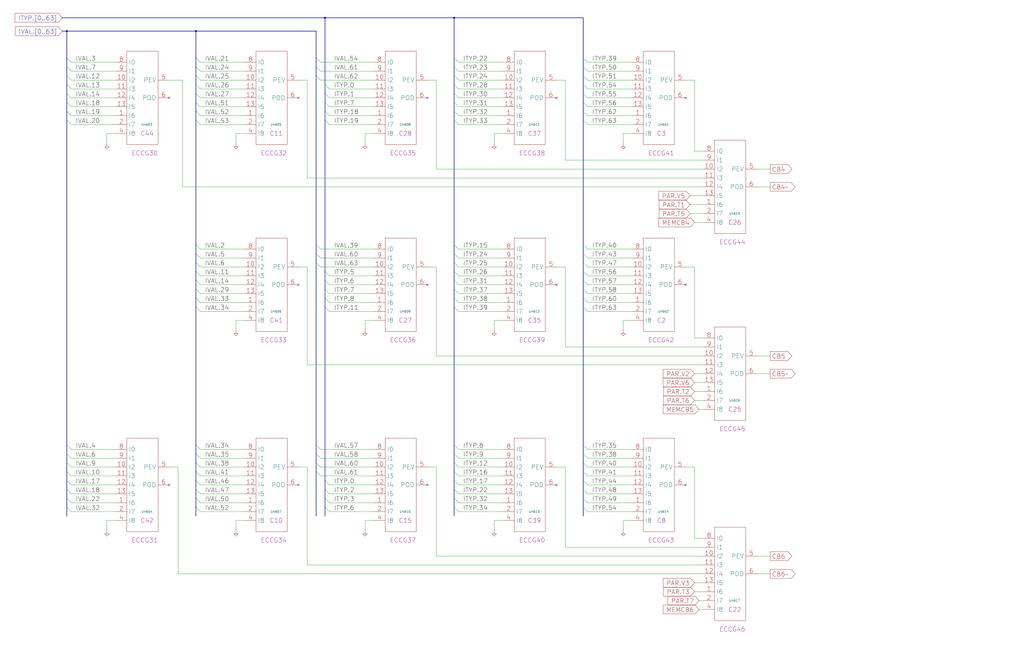
<source format=kicad_sch>
(kicad_sch (version 20211123) (generator eeschema)
  (paper "User" 584.2 378.46)
  (title_block (title "ERROR CHECKING & CORRECTION\\nCHECK BITS 4, 5, 6") (date "22-SEP-90") (rev "2.0") (comment 1 "IOC") (comment 2 "232-003061") (comment 3 "S400") (comment 4 "RELEASED"))
  (lib_symbols
    (symbol "r1000:F280" (pin_names (offset 1.016))
      (property "Reference" "U" (at 2.54 5.08 0))
      (property "Value" "F280" (at -6.35 -5.08 0))
      (property "Location" "___" (at -1.27 0 0))
      (property "Name" "______" (at 1.27 -12.7 0))
      (symbol "F280_1_1"
        (rectangle (start -8.89 46.99) (end 8.89 -6.35))
        (pin input line (at -15.24 10.16 0) (length 6.35) (name "I6") (number "1"))
        (pin input line (at -15.24 30.48 0) (length 6.35) (name "I2") (number "10"))
        (pin input line (at -15.24 25.4 0) (length 6.35) (name "I3") (number "11"))
        (pin input line (at -15.24 20.32 0) (length 6.35) (name "I4") (number "12"))
        (pin input line (at -15.24 15.24 0) (length 6.35) (name "I5") (number "13"))
        (pin input line (at -15.24 5.08 0) (length 6.35) (name "I7") (number "2"))
        (pin input line (at -15.24 0 0) (length 6.35) (name "I8") (number "4"))
        (pin output line (at 15.24 30.48 180) (length 6.35) (name "PEV") (number "5"))
        (pin output line (at 15.24 20.32 180) (length 6.35) (name "POD") (number "6"))
        (pin input line (at -15.24 40.64 0) (length 6.35) (name "I0") (number "8"))
        (pin input line (at -15.24 35.56 0) (length 6.35) (name "I1") (number "9"))
      )
    )
    (symbol "r1000:PD" (power) (pin_numbers hide) (pin_names hide) (in_bom no)
      (symbol "PD_0_1"
        (polyline (pts (xy 0 -2.54) (xy 1.27 -2.54) (xy 0 -3.81) (xy -1.27 -2.54) (xy 0 -2.54)) (stroke (width 0.1524)))
      )
      (symbol "PD_1_1"
        (pin power_in line (at 0 0 270) (length 2.54) (name "PD") (number "1"))
      )
    )
  )
  (bus (pts (xy 111.76 139.7) (xy 111.76 144.78)))
  (bus (pts (xy 111.76 144.78) (xy 111.76 149.86)))
  (bus (pts (xy 111.76 149.86) (xy 111.76 154.94)))
  (bus (pts (xy 111.76 154.94) (xy 111.76 160.02)))
  (bus (pts (xy 111.76 160.02) (xy 111.76 165.1)))
  (bus (pts (xy 111.76 165.1) (xy 111.76 170.18)))
  (bus (pts (xy 111.76 17.78) (xy 111.76 33.02)))
  (bus (pts (xy 111.76 17.78) (xy 180.34 17.78)))
  (bus (pts (xy 111.76 170.18) (xy 111.76 175.26)))
  (bus (pts (xy 111.76 175.26) (xy 111.76 254)))
  (bus (pts (xy 111.76 254) (xy 111.76 259.08)))
  (bus (pts (xy 111.76 259.08) (xy 111.76 264.16)))
  (bus (pts (xy 111.76 264.16) (xy 111.76 269.24)))
  (bus (pts (xy 111.76 269.24) (xy 111.76 274.32)))
  (bus (pts (xy 111.76 274.32) (xy 111.76 279.4)))
  (bus (pts (xy 111.76 279.4) (xy 111.76 284.48)))
  (bus (pts (xy 111.76 284.48) (xy 111.76 289.56)))
  (bus (pts (xy 111.76 289.56) (xy 111.76 294.64)))
  (bus (pts (xy 111.76 33.02) (xy 111.76 38.1)))
  (bus (pts (xy 111.76 38.1) (xy 111.76 43.18)))
  (bus (pts (xy 111.76 43.18) (xy 111.76 48.26)))
  (bus (pts (xy 111.76 48.26) (xy 111.76 53.34)))
  (bus (pts (xy 111.76 53.34) (xy 111.76 58.42)))
  (bus (pts (xy 111.76 58.42) (xy 111.76 63.5)))
  (bus (pts (xy 111.76 63.5) (xy 111.76 68.58)))
  (bus (pts (xy 111.76 68.58) (xy 111.76 139.7)))
  (bus (pts (xy 180.34 139.7) (xy 180.34 144.78)))
  (bus (pts (xy 180.34 144.78) (xy 180.34 149.86)))
  (bus (pts (xy 180.34 149.86) (xy 180.34 254)))
  (bus (pts (xy 180.34 17.78) (xy 180.34 33.02)))
  (bus (pts (xy 180.34 254) (xy 180.34 259.08)))
  (bus (pts (xy 180.34 259.08) (xy 180.34 264.16)))
  (bus (pts (xy 180.34 264.16) (xy 180.34 269.24)))
  (bus (pts (xy 180.34 269.24) (xy 180.34 294.64)))
  (bus (pts (xy 180.34 33.02) (xy 180.34 38.1)))
  (bus (pts (xy 180.34 38.1) (xy 180.34 43.18)))
  (bus (pts (xy 180.34 43.18) (xy 180.34 139.7)))
  (bus (pts (xy 185.42 10.16) (xy 185.42 48.26)))
  (bus (pts (xy 185.42 10.16) (xy 259.08 10.16)))
  (bus (pts (xy 185.42 154.94) (xy 185.42 160.02)))
  (bus (pts (xy 185.42 160.02) (xy 185.42 165.1)))
  (bus (pts (xy 185.42 165.1) (xy 185.42 170.18)))
  (bus (pts (xy 185.42 170.18) (xy 185.42 175.26)))
  (bus (pts (xy 185.42 175.26) (xy 185.42 274.32)))
  (bus (pts (xy 185.42 274.32) (xy 185.42 279.4)))
  (bus (pts (xy 185.42 279.4) (xy 185.42 284.48)))
  (bus (pts (xy 185.42 284.48) (xy 185.42 289.56)))
  (bus (pts (xy 185.42 289.56) (xy 185.42 294.64)))
  (bus (pts (xy 185.42 48.26) (xy 185.42 53.34)))
  (bus (pts (xy 185.42 53.34) (xy 185.42 58.42)))
  (bus (pts (xy 185.42 58.42) (xy 185.42 63.5)))
  (bus (pts (xy 185.42 63.5) (xy 185.42 68.58)))
  (bus (pts (xy 185.42 68.58) (xy 185.42 154.94)))
  (bus (pts (xy 259.08 10.16) (xy 259.08 33.02)))
  (bus (pts (xy 259.08 10.16) (xy 332.74 10.16)))
  (bus (pts (xy 259.08 139.7) (xy 259.08 144.78)))
  (bus (pts (xy 259.08 144.78) (xy 259.08 149.86)))
  (bus (pts (xy 259.08 149.86) (xy 259.08 154.94)))
  (bus (pts (xy 259.08 154.94) (xy 259.08 160.02)))
  (bus (pts (xy 259.08 160.02) (xy 259.08 165.1)))
  (bus (pts (xy 259.08 165.1) (xy 259.08 170.18)))
  (bus (pts (xy 259.08 170.18) (xy 259.08 175.26)))
  (bus (pts (xy 259.08 175.26) (xy 259.08 254)))
  (bus (pts (xy 259.08 254) (xy 259.08 259.08)))
  (bus (pts (xy 259.08 259.08) (xy 259.08 264.16)))
  (bus (pts (xy 259.08 264.16) (xy 259.08 269.24)))
  (bus (pts (xy 259.08 269.24) (xy 259.08 274.32)))
  (bus (pts (xy 259.08 274.32) (xy 259.08 279.4)))
  (bus (pts (xy 259.08 279.4) (xy 259.08 284.48)))
  (bus (pts (xy 259.08 284.48) (xy 259.08 289.56)))
  (bus (pts (xy 259.08 289.56) (xy 259.08 294.64)))
  (bus (pts (xy 259.08 33.02) (xy 259.08 38.1)))
  (bus (pts (xy 259.08 38.1) (xy 259.08 43.18)))
  (bus (pts (xy 259.08 43.18) (xy 259.08 48.26)))
  (bus (pts (xy 259.08 48.26) (xy 259.08 53.34)))
  (bus (pts (xy 259.08 53.34) (xy 259.08 58.42)))
  (bus (pts (xy 259.08 58.42) (xy 259.08 63.5)))
  (bus (pts (xy 259.08 63.5) (xy 259.08 68.58)))
  (bus (pts (xy 259.08 68.58) (xy 259.08 139.7)))
  (bus (pts (xy 332.74 10.16) (xy 332.74 33.02)))
  (bus (pts (xy 332.74 139.7) (xy 332.74 144.78)))
  (bus (pts (xy 332.74 144.78) (xy 332.74 149.86)))
  (bus (pts (xy 332.74 149.86) (xy 332.74 154.94)))
  (bus (pts (xy 332.74 154.94) (xy 332.74 160.02)))
  (bus (pts (xy 332.74 160.02) (xy 332.74 165.1)))
  (bus (pts (xy 332.74 165.1) (xy 332.74 170.18)))
  (bus (pts (xy 332.74 170.18) (xy 332.74 175.26)))
  (bus (pts (xy 332.74 175.26) (xy 332.74 254)))
  (bus (pts (xy 332.74 254) (xy 332.74 259.08)))
  (bus (pts (xy 332.74 259.08) (xy 332.74 264.16)))
  (bus (pts (xy 332.74 264.16) (xy 332.74 269.24)))
  (bus (pts (xy 332.74 269.24) (xy 332.74 274.32)))
  (bus (pts (xy 332.74 274.32) (xy 332.74 279.4)))
  (bus (pts (xy 332.74 279.4) (xy 332.74 284.48)))
  (bus (pts (xy 332.74 284.48) (xy 332.74 289.56)))
  (bus (pts (xy 332.74 289.56) (xy 332.74 294.64)))
  (bus (pts (xy 332.74 33.02) (xy 332.74 38.1)))
  (bus (pts (xy 332.74 38.1) (xy 332.74 43.18)))
  (bus (pts (xy 332.74 43.18) (xy 332.74 48.26)))
  (bus (pts (xy 332.74 48.26) (xy 332.74 53.34)))
  (bus (pts (xy 332.74 53.34) (xy 332.74 58.42)))
  (bus (pts (xy 332.74 58.42) (xy 332.74 63.5)))
  (bus (pts (xy 332.74 63.5) (xy 332.74 68.58)))
  (bus (pts (xy 332.74 68.58) (xy 332.74 139.7)))
  (bus (pts (xy 35.56 10.16) (xy 185.42 10.16)))
  (bus (pts (xy 35.56 17.78) (xy 38.1 17.78)))
  (bus (pts (xy 38.1 17.78) (xy 111.76 17.78)))
  (bus (pts (xy 38.1 17.78) (xy 38.1 33.02)))
  (bus (pts (xy 38.1 254) (xy 38.1 259.08)))
  (bus (pts (xy 38.1 259.08) (xy 38.1 264.16)))
  (bus (pts (xy 38.1 264.16) (xy 38.1 269.24)))
  (bus (pts (xy 38.1 269.24) (xy 38.1 274.32)))
  (bus (pts (xy 38.1 274.32) (xy 38.1 279.4)))
  (bus (pts (xy 38.1 279.4) (xy 38.1 284.48)))
  (bus (pts (xy 38.1 284.48) (xy 38.1 289.56)))
  (bus (pts (xy 38.1 289.56) (xy 38.1 294.64)))
  (bus (pts (xy 38.1 33.02) (xy 38.1 38.1)))
  (bus (pts (xy 38.1 38.1) (xy 38.1 43.18)))
  (bus (pts (xy 38.1 43.18) (xy 38.1 48.26)))
  (bus (pts (xy 38.1 48.26) (xy 38.1 53.34)))
  (bus (pts (xy 38.1 53.34) (xy 38.1 58.42)))
  (bus (pts (xy 38.1 58.42) (xy 38.1 63.5)))
  (bus (pts (xy 38.1 63.5) (xy 38.1 68.58)))
  (bus (pts (xy 38.1 68.58) (xy 38.1 254)))
  (wire (pts (xy 101.6 266.7) (xy 101.6 327.66)))
  (wire (pts (xy 101.6 327.66) (xy 401.32 327.66)))
  (wire (pts (xy 104.14 106.68) (xy 401.32 106.68)))
  (wire (pts (xy 104.14 45.72) (xy 104.14 106.68)))
  (wire (pts (xy 114.3 142.24) (xy 139.7 142.24)))
  (wire (pts (xy 114.3 147.32) (xy 139.7 147.32)))
  (wire (pts (xy 114.3 152.4) (xy 139.7 152.4)))
  (wire (pts (xy 114.3 157.48) (xy 139.7 157.48)))
  (wire (pts (xy 114.3 162.56) (xy 139.7 162.56)))
  (wire (pts (xy 114.3 167.64) (xy 139.7 167.64)))
  (wire (pts (xy 114.3 172.72) (xy 139.7 172.72)))
  (wire (pts (xy 114.3 177.8) (xy 139.7 177.8)))
  (wire (pts (xy 114.3 256.54) (xy 139.7 256.54)))
  (wire (pts (xy 114.3 261.62) (xy 139.7 261.62)))
  (wire (pts (xy 114.3 266.7) (xy 139.7 266.7)))
  (wire (pts (xy 114.3 271.78) (xy 139.7 271.78)))
  (wire (pts (xy 114.3 276.86) (xy 139.7 276.86)))
  (wire (pts (xy 114.3 281.94) (xy 139.7 281.94)))
  (wire (pts (xy 114.3 287.02) (xy 139.7 287.02)))
  (wire (pts (xy 114.3 292.1) (xy 139.7 292.1)))
  (wire (pts (xy 114.3 35.56) (xy 139.7 35.56)))
  (wire (pts (xy 114.3 40.64) (xy 139.7 40.64)))
  (wire (pts (xy 114.3 45.72) (xy 139.7 45.72)))
  (wire (pts (xy 114.3 50.8) (xy 139.7 50.8)))
  (wire (pts (xy 114.3 55.88) (xy 139.7 55.88)))
  (wire (pts (xy 114.3 60.96) (xy 139.7 60.96)))
  (wire (pts (xy 114.3 66.04) (xy 139.7 66.04)))
  (wire (pts (xy 114.3 71.12) (xy 139.7 71.12)))
  (wire (pts (xy 134.62 182.88) (xy 139.7 182.88)))
  (wire (pts (xy 134.62 187.96) (xy 134.62 182.88)))
  (wire (pts (xy 134.62 297.18) (xy 139.7 297.18)))
  (wire (pts (xy 134.62 302.26) (xy 134.62 297.18)))
  (wire (pts (xy 134.62 76.2) (xy 139.7 76.2)))
  (wire (pts (xy 134.62 81.28) (xy 134.62 76.2)))
  (wire (pts (xy 170.18 152.4) (xy 175.26 152.4)))
  (wire (pts (xy 170.18 266.7) (xy 175.26 266.7)))
  (wire (pts (xy 170.18 45.72) (xy 175.26 45.72)))
  (wire (pts (xy 175.26 101.6) (xy 401.32 101.6)))
  (wire (pts (xy 175.26 152.4) (xy 175.26 208.28)))
  (wire (pts (xy 175.26 208.28) (xy 401.32 208.28)))
  (wire (pts (xy 175.26 266.7) (xy 175.26 322.58)))
  (wire (pts (xy 175.26 322.58) (xy 401.32 322.58)))
  (wire (pts (xy 175.26 45.72) (xy 175.26 101.6)))
  (wire (pts (xy 182.88 142.24) (xy 213.36 142.24)))
  (wire (pts (xy 182.88 147.32) (xy 213.36 147.32)))
  (wire (pts (xy 182.88 152.4) (xy 213.36 152.4)))
  (wire (pts (xy 182.88 256.54) (xy 213.36 256.54)))
  (wire (pts (xy 182.88 261.62) (xy 213.36 261.62)))
  (wire (pts (xy 182.88 266.7) (xy 213.36 266.7)))
  (wire (pts (xy 182.88 271.78) (xy 213.36 271.78)))
  (wire (pts (xy 182.88 35.56) (xy 213.36 35.56)))
  (wire (pts (xy 182.88 40.64) (xy 213.36 40.64)))
  (wire (pts (xy 182.88 45.72) (xy 213.36 45.72)))
  (wire (pts (xy 187.96 157.48) (xy 213.36 157.48)))
  (wire (pts (xy 187.96 162.56) (xy 213.36 162.56)))
  (wire (pts (xy 187.96 167.64) (xy 213.36 167.64)))
  (wire (pts (xy 187.96 172.72) (xy 213.36 172.72)))
  (wire (pts (xy 187.96 177.8) (xy 213.36 177.8)))
  (wire (pts (xy 187.96 276.86) (xy 213.36 276.86)))
  (wire (pts (xy 187.96 281.94) (xy 213.36 281.94)))
  (wire (pts (xy 187.96 287.02) (xy 213.36 287.02)))
  (wire (pts (xy 187.96 292.1) (xy 213.36 292.1)))
  (wire (pts (xy 187.96 50.8) (xy 213.36 50.8)))
  (wire (pts (xy 187.96 55.88) (xy 213.36 55.88)))
  (wire (pts (xy 187.96 60.96) (xy 213.36 60.96)))
  (wire (pts (xy 187.96 66.04) (xy 213.36 66.04)))
  (wire (pts (xy 187.96 71.12) (xy 213.36 71.12)))
  (wire (pts (xy 208.28 182.88) (xy 213.36 182.88)))
  (wire (pts (xy 208.28 187.96) (xy 208.28 182.88)))
  (wire (pts (xy 208.28 297.18) (xy 213.36 297.18)))
  (wire (pts (xy 208.28 302.26) (xy 208.28 297.18)))
  (wire (pts (xy 208.28 76.2) (xy 213.36 76.2)))
  (wire (pts (xy 208.28 81.28) (xy 208.28 76.2)))
  (wire (pts (xy 243.84 152.4) (xy 248.92 152.4)))
  (wire (pts (xy 243.84 266.7) (xy 248.92 266.7)))
  (wire (pts (xy 243.84 45.72) (xy 248.92 45.72)))
  (wire (pts (xy 248.92 152.4) (xy 248.92 203.2)))
  (wire (pts (xy 248.92 203.2) (xy 401.32 203.2)))
  (wire (pts (xy 248.92 266.7) (xy 248.92 317.5)))
  (wire (pts (xy 248.92 317.5) (xy 401.32 317.5)))
  (wire (pts (xy 248.92 45.72) (xy 248.92 96.52)))
  (wire (pts (xy 248.92 96.52) (xy 401.32 96.52)))
  (wire (pts (xy 261.62 142.24) (xy 287.02 142.24)))
  (wire (pts (xy 261.62 147.32) (xy 287.02 147.32)))
  (wire (pts (xy 261.62 152.4) (xy 287.02 152.4)))
  (wire (pts (xy 261.62 157.48) (xy 287.02 157.48)))
  (wire (pts (xy 261.62 162.56) (xy 287.02 162.56)))
  (wire (pts (xy 261.62 167.64) (xy 287.02 167.64)))
  (wire (pts (xy 261.62 172.72) (xy 287.02 172.72)))
  (wire (pts (xy 261.62 177.8) (xy 287.02 177.8)))
  (wire (pts (xy 261.62 256.54) (xy 287.02 256.54)))
  (wire (pts (xy 261.62 261.62) (xy 287.02 261.62)))
  (wire (pts (xy 261.62 266.7) (xy 287.02 266.7)))
  (wire (pts (xy 261.62 271.78) (xy 287.02 271.78)))
  (wire (pts (xy 261.62 276.86) (xy 287.02 276.86)))
  (wire (pts (xy 261.62 281.94) (xy 287.02 281.94)))
  (wire (pts (xy 261.62 287.02) (xy 287.02 287.02)))
  (wire (pts (xy 261.62 292.1) (xy 287.02 292.1)))
  (wire (pts (xy 261.62 35.56) (xy 287.02 35.56)))
  (wire (pts (xy 261.62 40.64) (xy 287.02 40.64)))
  (wire (pts (xy 261.62 45.72) (xy 287.02 45.72)))
  (wire (pts (xy 261.62 50.8) (xy 287.02 50.8)))
  (wire (pts (xy 261.62 55.88) (xy 287.02 55.88)))
  (wire (pts (xy 261.62 60.96) (xy 287.02 60.96)))
  (wire (pts (xy 261.62 66.04) (xy 287.02 66.04)))
  (wire (pts (xy 261.62 71.12) (xy 287.02 71.12)))
  (wire (pts (xy 281.94 182.88) (xy 287.02 182.88)))
  (wire (pts (xy 281.94 187.96) (xy 281.94 182.88)))
  (wire (pts (xy 281.94 297.18) (xy 287.02 297.18)))
  (wire (pts (xy 281.94 302.26) (xy 281.94 297.18)))
  (wire (pts (xy 281.94 76.2) (xy 281.94 81.28)))
  (wire (pts (xy 287.02 76.2) (xy 281.94 76.2)))
  (wire (pts (xy 317.5 152.4) (xy 322.58 152.4)))
  (wire (pts (xy 317.5 266.7) (xy 322.58 266.7)))
  (wire (pts (xy 317.5 45.72) (xy 322.58 45.72)))
  (wire (pts (xy 322.58 152.4) (xy 322.58 198.12)))
  (wire (pts (xy 322.58 198.12) (xy 401.32 198.12)))
  (wire (pts (xy 322.58 266.7) (xy 322.58 312.42)))
  (wire (pts (xy 322.58 312.42) (xy 401.32 312.42)))
  (wire (pts (xy 322.58 45.72) (xy 322.58 91.44)))
  (wire (pts (xy 322.58 91.44) (xy 401.32 91.44)))
  (wire (pts (xy 335.28 142.24) (xy 360.68 142.24)))
  (wire (pts (xy 335.28 147.32) (xy 360.68 147.32)))
  (wire (pts (xy 335.28 152.4) (xy 360.68 152.4)))
  (wire (pts (xy 335.28 157.48) (xy 360.68 157.48)))
  (wire (pts (xy 335.28 162.56) (xy 360.68 162.56)))
  (wire (pts (xy 335.28 167.64) (xy 360.68 167.64)))
  (wire (pts (xy 335.28 172.72) (xy 360.68 172.72)))
  (wire (pts (xy 335.28 177.8) (xy 360.68 177.8)))
  (wire (pts (xy 335.28 256.54) (xy 360.68 256.54)))
  (wire (pts (xy 335.28 261.62) (xy 360.68 261.62)))
  (wire (pts (xy 335.28 266.7) (xy 360.68 266.7)))
  (wire (pts (xy 335.28 271.78) (xy 360.68 271.78)))
  (wire (pts (xy 335.28 276.86) (xy 360.68 276.86)))
  (wire (pts (xy 335.28 281.94) (xy 360.68 281.94)))
  (wire (pts (xy 335.28 287.02) (xy 360.68 287.02)))
  (wire (pts (xy 335.28 292.1) (xy 360.68 292.1)))
  (wire (pts (xy 335.28 35.56) (xy 360.68 35.56)))
  (wire (pts (xy 335.28 40.64) (xy 360.68 40.64)))
  (wire (pts (xy 335.28 45.72) (xy 360.68 45.72)))
  (wire (pts (xy 335.28 50.8) (xy 360.68 50.8)))
  (wire (pts (xy 335.28 55.88) (xy 360.68 55.88)))
  (wire (pts (xy 335.28 60.96) (xy 360.68 60.96)))
  (wire (pts (xy 335.28 66.04) (xy 360.68 66.04)))
  (wire (pts (xy 335.28 71.12) (xy 360.68 71.12)))
  (wire (pts (xy 355.6 182.88) (xy 355.6 187.96)))
  (wire (pts (xy 355.6 297.18) (xy 360.68 297.18)))
  (wire (pts (xy 355.6 302.26) (xy 355.6 297.18)))
  (wire (pts (xy 355.6 76.2) (xy 355.6 81.28)))
  (wire (pts (xy 360.68 182.88) (xy 355.6 182.88)))
  (wire (pts (xy 360.68 76.2) (xy 355.6 76.2)))
  (wire (pts (xy 391.16 152.4) (xy 396.24 152.4)))
  (wire (pts (xy 391.16 266.7) (xy 396.24 266.7)))
  (wire (pts (xy 391.16 45.72) (xy 396.24 45.72)))
  (wire (pts (xy 393.7 111.76) (xy 401.32 111.76)))
  (wire (pts (xy 393.7 116.84) (xy 401.32 116.84)))
  (wire (pts (xy 393.7 121.92) (xy 401.32 121.92)))
  (wire (pts (xy 396.24 127) (xy 401.32 127)))
  (wire (pts (xy 396.24 152.4) (xy 396.24 193.04)))
  (wire (pts (xy 396.24 193.04) (xy 401.32 193.04)))
  (wire (pts (xy 396.24 213.36) (xy 401.32 213.36)))
  (wire (pts (xy 396.24 218.44) (xy 401.32 218.44)))
  (wire (pts (xy 396.24 223.52) (xy 401.32 223.52)))
  (wire (pts (xy 396.24 228.6) (xy 401.32 228.6)))
  (wire (pts (xy 396.24 266.7) (xy 396.24 307.34)))
  (wire (pts (xy 396.24 307.34) (xy 401.32 307.34)))
  (wire (pts (xy 396.24 332.74) (xy 401.32 332.74)))
  (wire (pts (xy 396.24 337.82) (xy 401.32 337.82)))
  (wire (pts (xy 396.24 45.72) (xy 396.24 86.36)))
  (wire (pts (xy 396.24 86.36) (xy 401.32 86.36)))
  (wire (pts (xy 398.78 233.68) (xy 401.32 233.68)))
  (wire (pts (xy 398.78 342.9) (xy 401.32 342.9)))
  (wire (pts (xy 398.78 347.98) (xy 401.32 347.98)))
  (wire (pts (xy 40.64 256.54) (xy 66.04 256.54)))
  (wire (pts (xy 40.64 261.62) (xy 66.04 261.62)))
  (wire (pts (xy 40.64 266.7) (xy 66.04 266.7)))
  (wire (pts (xy 40.64 271.78) (xy 66.04 271.78)))
  (wire (pts (xy 40.64 276.86) (xy 66.04 276.86)))
  (wire (pts (xy 40.64 281.94) (xy 66.04 281.94)))
  (wire (pts (xy 40.64 287.02) (xy 66.04 287.02)))
  (wire (pts (xy 40.64 292.1) (xy 66.04 292.1)))
  (wire (pts (xy 40.64 35.56) (xy 66.04 35.56)))
  (wire (pts (xy 40.64 40.64) (xy 66.04 40.64)))
  (wire (pts (xy 40.64 45.72) (xy 66.04 45.72)))
  (wire (pts (xy 40.64 50.8) (xy 66.04 50.8)))
  (wire (pts (xy 40.64 55.88) (xy 66.04 55.88)))
  (wire (pts (xy 40.64 60.96) (xy 66.04 60.96)))
  (wire (pts (xy 40.64 66.04) (xy 66.04 66.04)))
  (wire (pts (xy 40.64 71.12) (xy 66.04 71.12)))
  (wire (pts (xy 431.8 106.68) (xy 439.42 106.68)))
  (wire (pts (xy 431.8 203.2) (xy 439.42 203.2)))
  (wire (pts (xy 431.8 213.36) (xy 439.42 213.36)))
  (wire (pts (xy 431.8 317.5) (xy 439.42 317.5)))
  (wire (pts (xy 431.8 327.66) (xy 439.42 327.66)))
  (wire (pts (xy 431.8 96.52) (xy 439.42 96.52)))
  (wire (pts (xy 60.96 297.18) (xy 60.96 302.26)))
  (wire (pts (xy 60.96 76.2) (xy 66.04 76.2)))
  (wire (pts (xy 60.96 81.28) (xy 60.96 76.2)))
  (wire (pts (xy 66.04 297.18) (xy 60.96 297.18)))
  (wire (pts (xy 96.52 266.7) (xy 101.6 266.7)))
  (wire (pts (xy 96.52 45.72) (xy 104.14 45.72)))
  (global_label "ITYP.[0..63]" (shape input) (at 35.56 10.16 180) (effects (font (size 2.54 2.54))) (property "Intersheet References" "${INTERSHEET_REFS}" (at 8.5997 10.0013 0) (effects (font (size 2.54 2.54)) (justify right))))
  (global_label "IVAL.[0..63]" (shape input) (at 35.56 17.78 180) (effects (font (size 2.54 2.54))) (property "Intersheet References" "${INTERSHEET_REFS}" (at 8.8416 17.6213 0) (effects (font (size 2.54 2.54)) (justify right))))
  (junction (at 38.1 17.78))
  (bus_entry (at 38.1 33.02) (size 2.54 2.54) (stroke (width 0.1524)))
  (bus_entry (at 38.1 38.1) (size 2.54 2.54) (stroke (width 0.1524)))
  (bus_entry (at 38.1 43.18) (size 2.54 2.54) (stroke (width 0.1524)))
  (bus_entry (at 38.1 48.26) (size 2.54 2.54) (stroke (width 0.1524)))
  (bus_entry (at 38.1 53.34) (size 2.54 2.54) (stroke (width 0.1524)))
  (bus_entry (at 38.1 58.42) (size 2.54 2.54) (stroke (width 0.1524)))
  (bus_entry (at 38.1 63.5) (size 2.54 2.54) (stroke (width 0.1524)))
  (bus_entry (at 38.1 68.58) (size 2.54 2.54) (stroke (width 0.1524)))
  (bus_entry (at 38.1 254) (size 2.54 2.54) (stroke (width 0.1524)))
  (bus_entry (at 38.1 259.08) (size 2.54 2.54) (stroke (width 0.1524)))
  (bus_entry (at 38.1 264.16) (size 2.54 2.54) (stroke (width 0.1524)))
  (bus_entry (at 38.1 269.24) (size 2.54 2.54) (stroke (width 0.1524)))
  (bus_entry (at 38.1 274.32) (size 2.54 2.54) (stroke (width 0.1524)))
  (bus_entry (at 38.1 279.4) (size 2.54 2.54) (stroke (width 0.1524)))
  (bus_entry (at 38.1 284.48) (size 2.54 2.54) (stroke (width 0.1524)))
  (bus_entry (at 38.1 289.56) (size 2.54 2.54) (stroke (width 0.1524)))
  (label "IVAL.3" (at 43.18 35.56 0) (effects (font (size 2.54 2.54))))
  (label "IVAL.7" (at 43.18 40.64 0) (effects (font (size 2.54 2.54))))
  (label "IVAL.12" (at 43.18 45.72 0) (effects (font (size 2.54 2.54))))
  (label "IVAL.13" (at 43.18 50.8 0) (effects (font (size 2.54 2.54))))
  (label "IVAL.14" (at 43.18 55.88 0) (effects (font (size 2.54 2.54))))
  (label "IVAL.18" (at 43.18 60.96 0) (effects (font (size 2.54 2.54))))
  (label "IVAL.19" (at 43.18 66.04 0) (effects (font (size 2.54 2.54))))
  (label "IVAL.20" (at 43.18 71.12 0) (effects (font (size 2.54 2.54))))
  (label "IVAL.4" (at 43.18 256.54 0) (effects (font (size 2.54 2.54))))
  (label "IVAL.6" (at 43.18 261.62 0) (effects (font (size 2.54 2.54))))
  (label "IVAL.9" (at 43.18 266.7 0) (effects (font (size 2.54 2.54))))
  (label "IVAL.10" (at 43.18 271.78 0) (effects (font (size 2.54 2.54))))
  (label "IVAL.17" (at 43.18 276.86 0) (effects (font (size 2.54 2.54))))
  (label "IVAL.18" (at 43.18 281.94 0) (effects (font (size 2.54 2.54))))
  (label "IVAL.22" (at 43.18 287.02 0) (effects (font (size 2.54 2.54))))
  (label "IVAL.32" (at 43.18 292.1 0) (effects (font (size 2.54 2.54))))
  (symbol (lib_id "r1000:PD") (at 60.96 81.28 0) (unit 1) (in_bom no)
    (property "Reference" "#PWR04603" (effects hide))
  )
  (symbol (lib_id "r1000:PD") (at 60.96 302.26 0) (unit 1) (in_bom no)
    (property "Reference" "#PWR04604" (effects hide))
  )
  (symbol (lib_id "r1000:F280") (at 81.28 76.2 0) (unit 1)
    (property "Reference" "U4603" (at 83.82 71.12 0))
    (property "Location" "C44" (at 80.01 76.2 0) (effects (font (size 2.54 2.54)) (justify left)))
    (property "Name" "ECCG30" (at 82.55 88.9 0) (effects (font (size 2.54 2.54)) (justify bottom)))
  )
  (symbol (lib_id "r1000:F280") (at 81.28 297.18 0) (unit 1)
    (property "Reference" "U4604" (at 83.82 292.1 0))
    (property "Location" "C42" (at 80.01 297.18 0) (effects (font (size 2.54 2.54)) (justify left)))
    (property "Name" "ECCG31" (at 82.55 309.88 0) (effects (font (size 2.54 2.54)) (justify bottom)))
  )
  (no_connect (at 96.52 55.88))
  (no_connect (at 96.52 276.86))
  (junction (at 111.76 17.78))
  (bus_entry (at 111.76 33.02) (size 2.54 2.54) (stroke (width 0.1524)))
  (bus_entry (at 111.76 38.1) (size 2.54 2.54) (stroke (width 0.1524)))
  (bus_entry (at 111.76 43.18) (size 2.54 2.54) (stroke (width 0.1524)))
  (bus_entry (at 111.76 48.26) (size 2.54 2.54) (stroke (width 0.1524)))
  (bus_entry (at 111.76 53.34) (size 2.54 2.54) (stroke (width 0.1524)))
  (bus_entry (at 111.76 58.42) (size 2.54 2.54) (stroke (width 0.1524)))
  (bus_entry (at 111.76 63.5) (size 2.54 2.54) (stroke (width 0.1524)))
  (bus_entry (at 111.76 68.58) (size 2.54 2.54) (stroke (width 0.1524)))
  (bus_entry (at 111.76 139.7) (size 2.54 2.54) (stroke (width 0.1524)))
  (bus_entry (at 111.76 144.78) (size 2.54 2.54) (stroke (width 0.1524)))
  (bus_entry (at 111.76 149.86) (size 2.54 2.54) (stroke (width 0.1524)))
  (bus_entry (at 111.76 154.94) (size 2.54 2.54) (stroke (width 0.1524)))
  (bus_entry (at 111.76 160.02) (size 2.54 2.54) (stroke (width 0.1524)))
  (bus_entry (at 111.76 165.1) (size 2.54 2.54) (stroke (width 0.1524)))
  (bus_entry (at 111.76 170.18) (size 2.54 2.54) (stroke (width 0.1524)))
  (bus_entry (at 111.76 175.26) (size 2.54 2.54) (stroke (width 0.1524)))
  (bus_entry (at 111.76 254) (size 2.54 2.54) (stroke (width 0.1524)))
  (bus_entry (at 111.76 259.08) (size 2.54 2.54) (stroke (width 0.1524)))
  (bus_entry (at 111.76 264.16) (size 2.54 2.54) (stroke (width 0.1524)))
  (bus_entry (at 111.76 269.24) (size 2.54 2.54) (stroke (width 0.1524)))
  (bus_entry (at 111.76 274.32) (size 2.54 2.54) (stroke (width 0.1524)))
  (bus_entry (at 111.76 279.4) (size 2.54 2.54) (stroke (width 0.1524)))
  (bus_entry (at 111.76 284.48) (size 2.54 2.54) (stroke (width 0.1524)))
  (bus_entry (at 111.76 289.56) (size 2.54 2.54) (stroke (width 0.1524)))
  (label "IVAL.21" (at 116.84 35.56 0) (effects (font (size 2.54 2.54))))
  (label "IVAL.24" (at 116.84 40.64 0) (effects (font (size 2.54 2.54))))
  (label "IVAL.25" (at 116.84 45.72 0) (effects (font (size 2.54 2.54))))
  (label "IVAL.26" (at 116.84 50.8 0) (effects (font (size 2.54 2.54))))
  (label "IVAL.27" (at 116.84 55.88 0) (effects (font (size 2.54 2.54))))
  (label "IVAL.51" (at 116.84 60.96 0) (effects (font (size 2.54 2.54))))
  (label "IVAL.52" (at 116.84 66.04 0) (effects (font (size 2.54 2.54))))
  (label "IVAL.53" (at 116.84 71.12 0) (effects (font (size 2.54 2.54))))
  (label "IVAL.2" (at 116.84 142.24 0) (effects (font (size 2.54 2.54))))
  (label "IVAL.5" (at 116.84 147.32 0) (effects (font (size 2.54 2.54))))
  (label "IVAL.6" (at 116.84 152.4 0) (effects (font (size 2.54 2.54))))
  (label "IVAL.11" (at 116.84 157.48 0) (effects (font (size 2.54 2.54))))
  (label "IVAL.14" (at 116.84 162.56 0) (effects (font (size 2.54 2.54))))
  (label "IVAL.29" (at 116.84 167.64 0) (effects (font (size 2.54 2.54))))
  (label "IVAL.33" (at 116.84 172.72 0) (effects (font (size 2.54 2.54))))
  (label "IVAL.34" (at 116.84 177.8 0) (effects (font (size 2.54 2.54))))
  (label "IVAL.34" (at 116.84 256.54 0) (effects (font (size 2.54 2.54))))
  (label "IVAL.35" (at 116.84 261.62 0) (effects (font (size 2.54 2.54))))
  (label "IVAL.38" (at 116.84 266.7 0) (effects (font (size 2.54 2.54))))
  (label "IVAL.41" (at 116.84 271.78 0) (effects (font (size 2.54 2.54))))
  (label "IVAL.46" (at 116.84 276.86 0) (effects (font (size 2.54 2.54))))
  (label "IVAL.47" (at 116.84 281.94 0) (effects (font (size 2.54 2.54))))
  (label "IVAL.50" (at 116.84 287.02 0) (effects (font (size 2.54 2.54))))
  (label "IVAL.52" (at 116.84 292.1 0) (effects (font (size 2.54 2.54))))
  (symbol (lib_id "r1000:PD") (at 134.62 81.28 0) (unit 1) (in_bom no)
    (property "Reference" "#PWR04605" (effects hide))
  )
  (symbol (lib_id "r1000:PD") (at 134.62 187.96 0) (unit 1) (in_bom no)
    (property "Reference" "#PWR04606" (effects hide))
  )
  (symbol (lib_id "r1000:PD") (at 134.62 302.26 0) (unit 1) (in_bom no)
    (property "Reference" "#PWR04607" (effects hide))
  )
  (symbol (lib_id "r1000:F280") (at 154.94 76.2 0) (unit 1)
    (property "Reference" "U4605" (at 157.48 71.12 0))
    (property "Location" "C11" (at 153.67 76.2 0) (effects (font (size 2.54 2.54)) (justify left)))
    (property "Name" "ECCG32" (at 156.21 88.9 0) (effects (font (size 2.54 2.54)) (justify bottom)))
  )
  (symbol (lib_id "r1000:F280") (at 154.94 182.88 0) (unit 1)
    (property "Reference" "U4606" (at 157.48 177.8 0))
    (property "Location" "C41" (at 153.67 182.88 0) (effects (font (size 2.54 2.54)) (justify left)))
    (property "Name" "ECCG33" (at 156.21 195.58 0) (effects (font (size 2.54 2.54)) (justify bottom)))
  )
  (symbol (lib_id "r1000:F280") (at 154.94 297.18 0) (unit 1)
    (property "Reference" "U4607" (at 157.48 292.1 0))
    (property "Location" "C10" (at 153.67 297.18 0) (effects (font (size 2.54 2.54)) (justify left)))
    (property "Name" "ECCG34" (at 156.21 309.88 0) (effects (font (size 2.54 2.54)) (justify bottom)))
  )
  (no_connect (at 170.18 55.88))
  (no_connect (at 170.18 162.56))
  (no_connect (at 170.18 276.86))
  (bus_entry (at 180.34 33.02) (size 2.54 2.54) (stroke (width 0.1524)))
  (bus_entry (at 180.34 38.1) (size 2.54 2.54) (stroke (width 0.1524)))
  (bus_entry (at 180.34 43.18) (size 2.54 2.54) (stroke (width 0.1524)))
  (bus_entry (at 180.34 139.7) (size 2.54 2.54) (stroke (width 0.1524)))
  (bus_entry (at 180.34 144.78) (size 2.54 2.54) (stroke (width 0.1524)))
  (bus_entry (at 180.34 149.86) (size 2.54 2.54) (stroke (width 0.1524)))
  (bus_entry (at 180.34 254) (size 2.54 2.54) (stroke (width 0.1524)))
  (bus_entry (at 180.34 259.08) (size 2.54 2.54) (stroke (width 0.1524)))
  (bus_entry (at 180.34 264.16) (size 2.54 2.54) (stroke (width 0.1524)))
  (bus_entry (at 180.34 269.24) (size 2.54 2.54) (stroke (width 0.1524)))
  (junction (at 185.42 10.16))
  (bus_entry (at 185.42 48.26) (size 2.54 2.54) (stroke (width 0.1524)))
  (bus_entry (at 185.42 53.34) (size 2.54 2.54) (stroke (width 0.1524)))
  (bus_entry (at 185.42 58.42) (size 2.54 2.54) (stroke (width 0.1524)))
  (bus_entry (at 185.42 63.5) (size 2.54 2.54) (stroke (width 0.1524)))
  (bus_entry (at 185.42 68.58) (size 2.54 2.54) (stroke (width 0.1524)))
  (bus_entry (at 185.42 154.94) (size 2.54 2.54) (stroke (width 0.1524)))
  (bus_entry (at 185.42 160.02) (size 2.54 2.54) (stroke (width 0.1524)))
  (bus_entry (at 185.42 165.1) (size 2.54 2.54) (stroke (width 0.1524)))
  (bus_entry (at 185.42 170.18) (size 2.54 2.54) (stroke (width 0.1524)))
  (bus_entry (at 185.42 175.26) (size 2.54 2.54) (stroke (width 0.1524)))
  (bus_entry (at 185.42 274.32) (size 2.54 2.54) (stroke (width 0.1524)))
  (bus_entry (at 185.42 279.4) (size 2.54 2.54) (stroke (width 0.1524)))
  (bus_entry (at 185.42 284.48) (size 2.54 2.54) (stroke (width 0.1524)))
  (bus_entry (at 185.42 289.56) (size 2.54 2.54) (stroke (width 0.1524)))
  (label "IVAL.54" (at 190.5 35.56 0) (effects (font (size 2.54 2.54))))
  (label "IVAL.61" (at 190.5 40.64 0) (effects (font (size 2.54 2.54))))
  (label "IVAL.62" (at 190.5 45.72 0) (effects (font (size 2.54 2.54))))
  (label "ITYP.0" (at 190.5 50.8 0) (effects (font (size 2.54 2.54))))
  (label "ITYP.1" (at 190.5 55.88 0) (effects (font (size 2.54 2.54))))
  (label "ITYP.7" (at 190.5 60.96 0) (effects (font (size 2.54 2.54))))
  (label "ITYP.18" (at 190.5 66.04 0) (effects (font (size 2.54 2.54))))
  (label "ITYP.19" (at 190.5 71.12 0) (effects (font (size 2.54 2.54))))
  (label "IVAL.39" (at 190.5 142.24 0) (effects (font (size 2.54 2.54))))
  (label "IVAL.60" (at 190.5 147.32 0) (effects (font (size 2.54 2.54))))
  (label "IVAL.63" (at 190.5 152.4 0) (effects (font (size 2.54 2.54))))
  (label "ITYP.5" (at 190.5 157.48 0) (effects (font (size 2.54 2.54))))
  (label "ITYP.6" (at 190.5 162.56 0) (effects (font (size 2.54 2.54))))
  (label "ITYP.7" (at 190.5 167.64 0) (effects (font (size 2.54 2.54))))
  (label "ITYP.8" (at 190.5 172.72 0) (effects (font (size 2.54 2.54))))
  (label "ITYP.11" (at 190.5 177.8 0) (effects (font (size 2.54 2.54))))
  (label "IVAL.57" (at 190.5 256.54 0) (effects (font (size 2.54 2.54))))
  (label "IVAL.58" (at 190.5 261.62 0) (effects (font (size 2.54 2.54))))
  (label "IVAL.60" (at 190.5 266.7 0) (effects (font (size 2.54 2.54))))
  (label "IVAL.61" (at 190.5 271.78 0) (effects (font (size 2.54 2.54))))
  (label "ITYP.0" (at 190.5 276.86 0) (effects (font (size 2.54 2.54))))
  (label "ITYP.2" (at 190.5 281.94 0) (effects (font (size 2.54 2.54))))
  (label "ITYP.3" (at 190.5 287.02 0) (effects (font (size 2.54 2.54))))
  (label "ITYP.6" (at 190.5 292.1 0) (effects (font (size 2.54 2.54))))
  (symbol (lib_id "r1000:PD") (at 208.28 81.28 0) (unit 1) (in_bom no)
    (property "Reference" "#PWR04608" (effects hide))
  )
  (symbol (lib_id "r1000:PD") (at 208.28 187.96 0) (unit 1) (in_bom no)
    (property "Reference" "#PWR04609" (effects hide))
  )
  (symbol (lib_id "r1000:PD") (at 208.28 302.26 0) (unit 1) (in_bom no)
    (property "Reference" "#PWR04610" (effects hide))
  )
  (symbol (lib_id "r1000:F280") (at 228.6 76.2 0) (unit 1)
    (property "Reference" "U4608" (at 231.14 71.12 0))
    (property "Location" "C28" (at 227.33 76.2 0) (effects (font (size 2.54 2.54)) (justify left)))
    (property "Name" "ECCG35" (at 229.87 88.9 0) (effects (font (size 2.54 2.54)) (justify bottom)))
  )
  (symbol (lib_id "r1000:F280") (at 228.6 182.88 0) (unit 1)
    (property "Reference" "U4609" (at 231.14 177.8 0))
    (property "Location" "C27" (at 227.33 182.88 0) (effects (font (size 2.54 2.54)) (justify left)))
    (property "Name" "ECCG36" (at 229.87 195.58 0) (effects (font (size 2.54 2.54)) (justify bottom)))
  )
  (symbol (lib_id "r1000:F280") (at 228.6 297.18 0) (unit 1)
    (property "Reference" "U4610" (at 231.14 292.1 0))
    (property "Location" "C15" (at 227.33 297.18 0) (effects (font (size 2.54 2.54)) (justify left)))
    (property "Name" "ECCG37" (at 229.87 309.88 0) (effects (font (size 2.54 2.54)) (justify bottom)))
  )
  (no_connect (at 243.84 55.88))
  (no_connect (at 243.84 162.56))
  (no_connect (at 243.84 276.86))
  (junction (at 259.08 10.16))
  (bus_entry (at 259.08 33.02) (size 2.54 2.54) (stroke (width 0.1524)))
  (bus_entry (at 259.08 38.1) (size 2.54 2.54) (stroke (width 0.1524)))
  (bus_entry (at 259.08 43.18) (size 2.54 2.54) (stroke (width 0.1524)))
  (bus_entry (at 259.08 48.26) (size 2.54 2.54) (stroke (width 0.1524)))
  (bus_entry (at 259.08 53.34) (size 2.54 2.54) (stroke (width 0.1524)))
  (bus_entry (at 259.08 58.42) (size 2.54 2.54) (stroke (width 0.1524)))
  (bus_entry (at 259.08 63.5) (size 2.54 2.54) (stroke (width 0.1524)))
  (bus_entry (at 259.08 68.58) (size 2.54 2.54) (stroke (width 0.1524)))
  (bus_entry (at 259.08 139.7) (size 2.54 2.54) (stroke (width 0.1524)))
  (bus_entry (at 259.08 144.78) (size 2.54 2.54) (stroke (width 0.1524)))
  (bus_entry (at 259.08 149.86) (size 2.54 2.54) (stroke (width 0.1524)))
  (bus_entry (at 259.08 154.94) (size 2.54 2.54) (stroke (width 0.1524)))
  (bus_entry (at 259.08 160.02) (size 2.54 2.54) (stroke (width 0.1524)))
  (bus_entry (at 259.08 165.1) (size 2.54 2.54) (stroke (width 0.1524)))
  (bus_entry (at 259.08 170.18) (size 2.54 2.54) (stroke (width 0.1524)))
  (bus_entry (at 259.08 175.26) (size 2.54 2.54) (stroke (width 0.1524)))
  (bus_entry (at 259.08 254) (size 2.54 2.54) (stroke (width 0.1524)))
  (bus_entry (at 259.08 259.08) (size 2.54 2.54) (stroke (width 0.1524)))
  (bus_entry (at 259.08 264.16) (size 2.54 2.54) (stroke (width 0.1524)))
  (bus_entry (at 259.08 269.24) (size 2.54 2.54) (stroke (width 0.1524)))
  (bus_entry (at 259.08 274.32) (size 2.54 2.54) (stroke (width 0.1524)))
  (bus_entry (at 259.08 279.4) (size 2.54 2.54) (stroke (width 0.1524)))
  (bus_entry (at 259.08 284.48) (size 2.54 2.54) (stroke (width 0.1524)))
  (bus_entry (at 259.08 289.56) (size 2.54 2.54) (stroke (width 0.1524)))
  (label "ITYP.22" (at 264.16 35.56 0) (effects (font (size 2.54 2.54))))
  (label "ITYP.23" (at 264.16 40.64 0) (effects (font (size 2.54 2.54))))
  (label "ITYP.24" (at 264.16 45.72 0) (effects (font (size 2.54 2.54))))
  (label "ITYP.28" (at 264.16 50.8 0) (effects (font (size 2.54 2.54))))
  (label "ITYP.30" (at 264.16 55.88 0) (effects (font (size 2.54 2.54))))
  (label "ITYP.31" (at 264.16 60.96 0) (effects (font (size 2.54 2.54))))
  (label "ITYP.32" (at 264.16 66.04 0) (effects (font (size 2.54 2.54))))
  (label "ITYP.33" (at 264.16 71.12 0) (effects (font (size 2.54 2.54))))
  (label "ITYP.15" (at 264.16 142.24 0) (effects (font (size 2.54 2.54))))
  (label "ITYP.24" (at 264.16 147.32 0) (effects (font (size 2.54 2.54))))
  (label "ITYP.25" (at 264.16 152.4 0) (effects (font (size 2.54 2.54))))
  (label "ITYP.26" (at 264.16 157.48 0) (effects (font (size 2.54 2.54))))
  (label "ITYP.31" (at 264.16 162.56 0) (effects (font (size 2.54 2.54))))
  (label "ITYP.37" (at 264.16 167.64 0) (effects (font (size 2.54 2.54))))
  (label "ITYP.38" (at 264.16 172.72 0) (effects (font (size 2.54 2.54))))
  (label "ITYP.39" (at 264.16 177.8 0) (effects (font (size 2.54 2.54))))
  (label "ITYP.8" (at 264.16 256.54 0) (effects (font (size 2.54 2.54))))
  (label "ITYP.9" (at 264.16 261.62 0) (effects (font (size 2.54 2.54))))
  (label "ITYP.12" (at 264.16 266.7 0) (effects (font (size 2.54 2.54))))
  (label "ITYP.16" (at 264.16 271.78 0) (effects (font (size 2.54 2.54))))
  (label "ITYP.17" (at 264.16 276.86 0) (effects (font (size 2.54 2.54))))
  (label "ITYP.22" (at 264.16 281.94 0) (effects (font (size 2.54 2.54))))
  (label "ITYP.32" (at 264.16 287.02 0) (effects (font (size 2.54 2.54))))
  (label "ITYP.34" (at 264.16 292.1 0) (effects (font (size 2.54 2.54))))
  (symbol (lib_id "r1000:PD") (at 281.94 81.28 0) (unit 1) (in_bom no)
    (property "Reference" "#PWR04611" (effects hide))
  )
  (symbol (lib_id "r1000:PD") (at 281.94 187.96 0) (unit 1) (in_bom no)
    (property "Reference" "#PWR04612" (effects hide))
  )
  (symbol (lib_id "r1000:PD") (at 281.94 302.26 0) (unit 1) (in_bom no)
    (property "Reference" "#PWR04613" (effects hide))
  )
  (symbol (lib_id "r1000:F280") (at 302.26 76.2 0) (unit 1)
    (property "Reference" "U4611" (at 304.8 71.12 0))
    (property "Location" "C37" (at 300.99 76.2 0) (effects (font (size 2.54 2.54)) (justify left)))
    (property "Name" "ECCG38" (at 303.53 88.9 0) (effects (font (size 2.54 2.54)) (justify bottom)))
  )
  (symbol (lib_id "r1000:F280") (at 302.26 182.88 0) (unit 1)
    (property "Reference" "U4612" (at 304.8 177.8 0))
    (property "Location" "C35" (at 300.99 182.88 0) (effects (font (size 2.54 2.54)) (justify left)))
    (property "Name" "ECCG39" (at 303.53 195.58 0) (effects (font (size 2.54 2.54)) (justify bottom)))
  )
  (symbol (lib_id "r1000:F280") (at 302.26 297.18 0) (unit 1)
    (property "Reference" "U4613" (at 304.8 292.1 0))
    (property "Location" "C39" (at 300.99 297.18 0) (effects (font (size 2.54 2.54)) (justify left)))
    (property "Name" "ECCG40" (at 303.53 309.88 0) (effects (font (size 2.54 2.54)) (justify bottom)))
  )
  (no_connect (at 317.5 55.88))
  (no_connect (at 317.5 162.56))
  (no_connect (at 317.5 276.86))
  (bus_entry (at 332.74 33.02) (size 2.54 2.54) (stroke (width 0.1524)))
  (bus_entry (at 332.74 38.1) (size 2.54 2.54) (stroke (width 0.1524)))
  (bus_entry (at 332.74 43.18) (size 2.54 2.54) (stroke (width 0.1524)))
  (bus_entry (at 332.74 48.26) (size 2.54 2.54) (stroke (width 0.1524)))
  (bus_entry (at 332.74 53.34) (size 2.54 2.54) (stroke (width 0.1524)))
  (bus_entry (at 332.74 58.42) (size 2.54 2.54) (stroke (width 0.1524)))
  (bus_entry (at 332.74 63.5) (size 2.54 2.54) (stroke (width 0.1524)))
  (bus_entry (at 332.74 68.58) (size 2.54 2.54) (stroke (width 0.1524)))
  (bus_entry (at 332.74 139.7) (size 2.54 2.54) (stroke (width 0.1524)))
  (bus_entry (at 332.74 144.78) (size 2.54 2.54) (stroke (width 0.1524)))
  (bus_entry (at 332.74 149.86) (size 2.54 2.54) (stroke (width 0.1524)))
  (bus_entry (at 332.74 154.94) (size 2.54 2.54) (stroke (width 0.1524)))
  (bus_entry (at 332.74 160.02) (size 2.54 2.54) (stroke (width 0.1524)))
  (bus_entry (at 332.74 165.1) (size 2.54 2.54) (stroke (width 0.1524)))
  (bus_entry (at 332.74 170.18) (size 2.54 2.54) (stroke (width 0.1524)))
  (bus_entry (at 332.74 175.26) (size 2.54 2.54) (stroke (width 0.1524)))
  (bus_entry (at 332.74 254) (size 2.54 2.54) (stroke (width 0.1524)))
  (bus_entry (at 332.74 259.08) (size 2.54 2.54) (stroke (width 0.1524)))
  (bus_entry (at 332.74 264.16) (size 2.54 2.54) (stroke (width 0.1524)))
  (bus_entry (at 332.74 269.24) (size 2.54 2.54) (stroke (width 0.1524)))
  (bus_entry (at 332.74 274.32) (size 2.54 2.54) (stroke (width 0.1524)))
  (bus_entry (at 332.74 279.4) (size 2.54 2.54) (stroke (width 0.1524)))
  (bus_entry (at 332.74 284.48) (size 2.54 2.54) (stroke (width 0.1524)))
  (bus_entry (at 332.74 289.56) (size 2.54 2.54) (stroke (width 0.1524)))
  (label "ITYP.39" (at 337.82 35.56 0) (effects (font (size 2.54 2.54))))
  (label "ITYP.50" (at 337.82 40.64 0) (effects (font (size 2.54 2.54))))
  (label "ITYP.51" (at 337.82 45.72 0) (effects (font (size 2.54 2.54))))
  (label "ITYP.54" (at 337.82 50.8 0) (effects (font (size 2.54 2.54))))
  (label "ITYP.55" (at 337.82 55.88 0) (effects (font (size 2.54 2.54))))
  (label "ITYP.56" (at 337.82 60.96 0) (effects (font (size 2.54 2.54))))
  (label "ITYP.62" (at 337.82 66.04 0) (effects (font (size 2.54 2.54))))
  (label "ITYP.63" (at 337.82 71.12 0) (effects (font (size 2.54 2.54))))
  (label "ITYP.40" (at 337.82 142.24 0) (effects (font (size 2.54 2.54))))
  (label "ITYP.43" (at 337.82 147.32 0) (effects (font (size 2.54 2.54))))
  (label "ITYP.47" (at 337.82 152.4 0) (effects (font (size 2.54 2.54))))
  (label "ITYP.56" (at 337.82 157.48 0) (effects (font (size 2.54 2.54))))
  (label "ITYP.57" (at 337.82 162.56 0) (effects (font (size 2.54 2.54))))
  (label "ITYP.58" (at 337.82 167.64 0) (effects (font (size 2.54 2.54))))
  (label "ITYP.60" (at 337.82 172.72 0) (effects (font (size 2.54 2.54))))
  (label "ITYP.63" (at 337.82 177.8 0) (effects (font (size 2.54 2.54))))
  (label "ITYP.35" (at 337.82 256.54 0) (effects (font (size 2.54 2.54))))
  (label "ITYP.38" (at 337.82 261.62 0) (effects (font (size 2.54 2.54))))
  (label "ITYP.40" (at 337.82 266.7 0) (effects (font (size 2.54 2.54))))
  (label "ITYP.41" (at 337.82 271.78 0) (effects (font (size 2.54 2.54))))
  (label "ITYP.44" (at 337.82 276.86 0) (effects (font (size 2.54 2.54))))
  (label "ITYP.48" (at 337.82 281.94 0) (effects (font (size 2.54 2.54))))
  (label "ITYP.49" (at 337.82 287.02 0) (effects (font (size 2.54 2.54))))
  (label "ITYP.54" (at 337.82 292.1 0) (effects (font (size 2.54 2.54))))
  (symbol (lib_id "r1000:PD") (at 355.6 81.28 0) (unit 1) (in_bom no)
    (property "Reference" "#PWR04601" (effects hide))
  )
  (symbol (lib_id "r1000:PD") (at 355.6 187.96 0) (unit 1) (in_bom no)
    (property "Reference" "#PWR04602" (effects hide))
  )
  (symbol (lib_id "r1000:PD") (at 355.6 302.26 0) (unit 1) (in_bom no)
    (property "Reference" "#PWR04614" (effects hide))
  )
  (symbol (lib_id "r1000:F280") (at 375.92 76.2 0) (unit 1)
    (property "Reference" "U4601" (at 378.46 71.12 0))
    (property "Location" "C3" (at 374.65 76.2 0) (effects (font (size 2.54 2.54)) (justify left)))
    (property "Name" "ECCG41" (at 377.19 88.9 0) (effects (font (size 2.54 2.54)) (justify bottom)))
  )
  (symbol (lib_id "r1000:F280") (at 375.92 182.88 0) (unit 1)
    (property "Reference" "U4602" (at 378.46 177.8 0))
    (property "Location" "C2" (at 374.65 182.88 0) (effects (font (size 2.54 2.54)) (justify left)))
    (property "Name" "ECCG42" (at 377.19 195.58 0) (effects (font (size 2.54 2.54)) (justify bottom)))
  )
  (symbol (lib_id "r1000:F280") (at 375.92 297.18 0) (unit 1)
    (property "Reference" "U4614" (at 378.46 292.1 0))
    (property "Location" "C8" (at 374.65 297.18 0) (effects (font (size 2.54 2.54)) (justify left)))
    (property "Name" "ECCG43" (at 377.19 309.88 0) (effects (font (size 2.54 2.54)) (justify bottom)))
  )
  (no_connect (at 391.16 55.88))
  (no_connect (at 391.16 162.56))
  (no_connect (at 391.16 276.86))
  (global_label "PAR.V5" (shape input) (at 393.7 111.76 180) (effects (font (size 2.54 2.54))) (property "Intersheet References" "${INTERSHEET_REFS}" (at 375.8111 111.6013 0) (effects (font (size 2.54 2.54)) (justify right))))
  (global_label "PAR.T1" (shape input) (at 393.7 116.84 180) (effects (font (size 2.54 2.54))) (property "Intersheet References" "${INTERSHEET_REFS}" (at 376.053 116.6813 0) (effects (font (size 2.54 2.54)) (justify right))))
  (global_label "PAR.T5" (shape input) (at 393.7 121.92 180) (effects (font (size 2.54 2.54))) (property "Intersheet References" "${INTERSHEET_REFS}" (at 376.053 121.7613 0) (effects (font (size 2.54 2.54)) (justify right))))
  (global_label "MEMCB4" (shape input) (at 396.24 127 180) (effects (font (size 2.54 2.54))) (property "Intersheet References" "${INTERSHEET_REFS}" (at 375.8111 126.8413 0) (effects (font (size 2.54 2.54)) (justify right))))
  (global_label "PAR.V2" (shape input) (at 396.24 213.36 180) (effects (font (size 2.54 2.54))) (property "Intersheet References" "${INTERSHEET_REFS}" (at 378.3511 213.2013 0) (effects (font (size 2.54 2.54)) (justify right))))
  (global_label "PAR.V6" (shape input) (at 396.24 218.44 180) (effects (font (size 2.54 2.54))) (property "Intersheet References" "${INTERSHEET_REFS}" (at 378.3511 218.2813 0) (effects (font (size 2.54 2.54)) (justify right))))
  (global_label "PAR.T2" (shape input) (at 396.24 223.52 180) (effects (font (size 2.54 2.54))) (property "Intersheet References" "${INTERSHEET_REFS}" (at 378.593 223.3613 0) (effects (font (size 2.54 2.54)) (justify right))))
  (global_label "PAR.T6" (shape input) (at 396.24 228.6 180) (effects (font (size 2.54 2.54))) (property "Intersheet References" "${INTERSHEET_REFS}" (at 378.593 228.4413 0) (effects (font (size 2.54 2.54)) (justify right))))
  (global_label "PAR.V3" (shape input) (at 396.24 332.74 180) (effects (font (size 2.54 2.54))) (property "Intersheet References" "${INTERSHEET_REFS}" (at 378.3511 332.5813 0) (effects (font (size 2.54 2.54)) (justify right))))
  (global_label "PAR.T3" (shape input) (at 396.24 337.82 180) (effects (font (size 2.54 2.54))) (property "Intersheet References" "${INTERSHEET_REFS}" (at 378.593 337.6613 0) (effects (font (size 2.54 2.54)) (justify right))))
  (global_label "MEMCB5" (shape input) (at 398.78 233.68 180) (effects (font (size 2.54 2.54))) (property "Intersheet References" "${INTERSHEET_REFS}" (at 378.3511 233.5213 0) (effects (font (size 2.54 2.54)) (justify right))))
  (global_label "PAR.T7" (shape input) (at 398.78 342.9 180) (effects (font (size 2.54 2.54))) (property "Intersheet References" "${INTERSHEET_REFS}" (at 381.133 342.7413 0) (effects (font (size 2.54 2.54)) (justify right))))
  (global_label "MEMCB6" (shape input) (at 398.78 347.98 180) (effects (font (size 2.54 2.54))) (property "Intersheet References" "${INTERSHEET_REFS}" (at 378.3511 347.8213 0) (effects (font (size 2.54 2.54)) (justify right))))
  (symbol (lib_id "r1000:F280") (at 416.56 127 0) (unit 1)
    (property "Reference" "U4615" (at 419.1 121.92 0))
    (property "Location" "C26" (at 415.29 127 0) (effects (font (size 2.54 2.54)) (justify left)))
    (property "Name" "ECCG44" (at 417.83 139.7 0) (effects (font (size 2.54 2.54)) (justify bottom)))
  )
  (symbol (lib_id "r1000:F280") (at 416.56 233.68 0) (unit 1)
    (property "Reference" "U4616" (at 419.1 228.6 0))
    (property "Location" "C25" (at 415.29 233.68 0) (effects (font (size 2.54 2.54)) (justify left)))
    (property "Name" "ECCG45" (at 417.83 246.38 0) (effects (font (size 2.54 2.54)) (justify bottom)))
  )
  (symbol (lib_id "r1000:F280") (at 416.56 347.98 0) (unit 1)
    (property "Reference" "U4617" (at 419.1 342.9 0))
    (property "Location" "C22" (at 415.29 347.98 0) (effects (font (size 2.54 2.54)) (justify left)))
    (property "Name" "ECCG46" (at 417.83 360.68 0) (effects (font (size 2.54 2.54)) (justify bottom)))
  )
  (global_label "CB4" (shape output) (at 439.42 96.52 0) (effects (font (size 2.54 2.54))) (property "Intersheet References" "${INTERSHEET_REFS}" (at 451.745 96.3613 0) (effects (font (size 2.54 2.54)) (justify left))))
  (global_label "CB4~" (shape output) (at 439.42 106.68 0) (effects (font (size 2.54 2.54))) (property "Intersheet References" "${INTERSHEET_REFS}" (at 453.5593 106.5213 0) (effects (font (size 2.54 2.54)) (justify left))))
  (global_label "CB5" (shape output) (at 439.42 203.2 0) (effects (font (size 2.54 2.54))) (property "Intersheet References" "${INTERSHEET_REFS}" (at 451.745 203.0413 0) (effects (font (size 2.54 2.54)) (justify left))))
  (global_label "CB5~" (shape output) (at 439.42 213.36 0) (effects (font (size 2.54 2.54))) (property "Intersheet References" "${INTERSHEET_REFS}" (at 453.5593 213.2013 0) (effects (font (size 2.54 2.54)) (justify left))))
  (global_label "CB6" (shape output) (at 439.42 317.5 0) (effects (font (size 2.54 2.54))) (property "Intersheet References" "${INTERSHEET_REFS}" (at 451.745 317.3413 0) (effects (font (size 2.54 2.54)) (justify left))))
  (global_label "CB6~" (shape output) (at 439.42 327.66 0) (effects (font (size 2.54 2.54))) (property "Intersheet References" "${INTERSHEET_REFS}" (at 453.5593 327.5013 0) (effects (font (size 2.54 2.54)) (justify left))))
)
</source>
